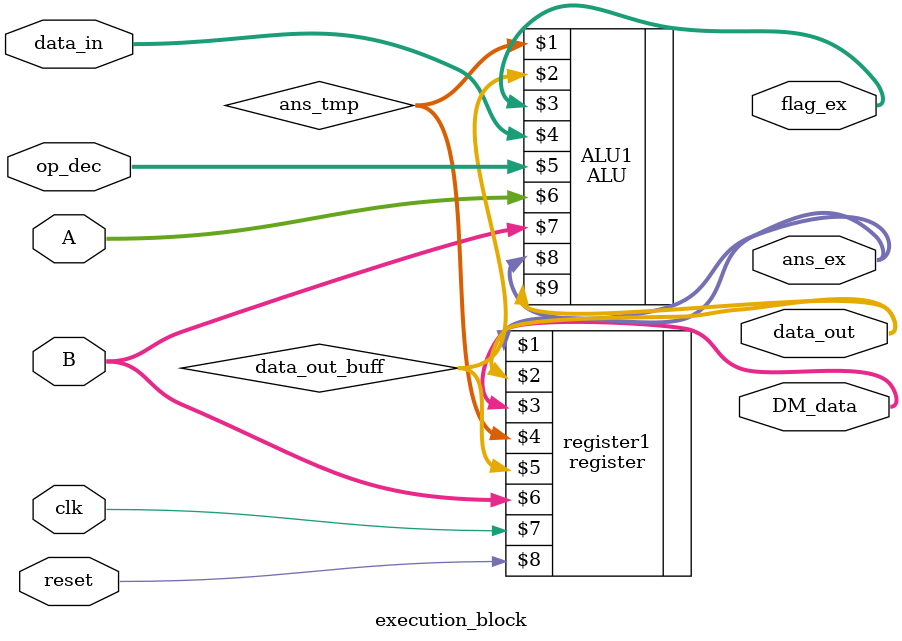
<source format=v>
`timescale 1ns / 1ps
module execution_block(
    output [7:0] ans_ex,
    output [7:0] DM_data,
    output [7:0] data_out,
    output [3:0] flag_ex,
    input [7:0] A,
    input [7:0] B,
	 input [7:0] data_in,
    input [4:0] op_dec,
    input clk,
    input reset
    );
	
		wire [7:0] ans_tmp, data_out_buff;
		ALU ALU1(ans_tmp, data_out_buff, flag_ex, data_in, op_dec, A, B, ans_ex, data_out);		// Instance of ALU module
		register register1(ans_ex, data_out, DM_data, ans_tmp, data_out_buff, B, clk, reset);	// Instance of register block

endmodule

</source>
